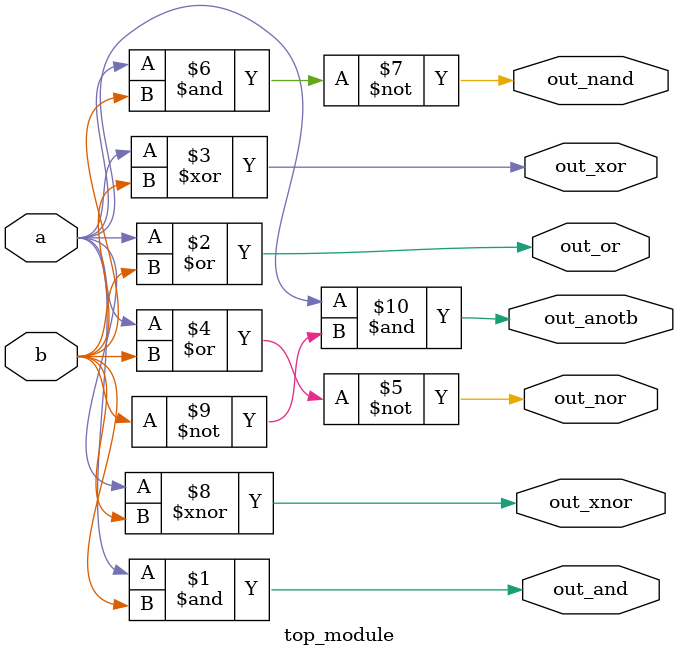
<source format=v>
module top_module( 
    input a, b,
    output out_and,
    output out_or,
    output out_xor,
    output out_nand,
    output out_nor,
    output out_xnor,
    output out_anotb
);
assign out_and = a&b;
assign out_or = a|b;
    assign out_xor = a^b;
    assign out_nor = ~(a|b);
    assign out_nand = ~(a&b);
    assign out_xnor = a^~b;
    assign out_anotb = a&~b;//Unknown
endmodule
</source>
